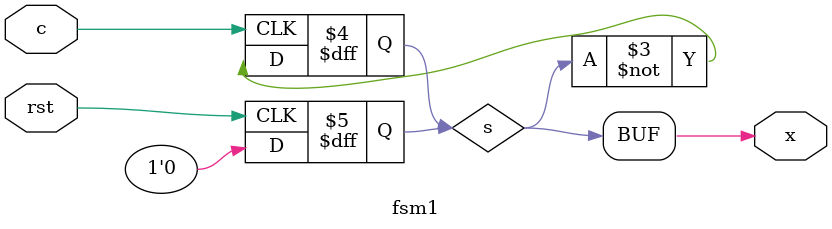
<source format=v>
module fsm1(c, x, rst);
  input  c, rst;
  output x;
  reg    q;
  reg    s;

  always @(posedge rst) begin
    s = 0;
  end

  always @(posedge c) begin
    s = ~s;
  end

  assign x = s;

endmodule

</source>
